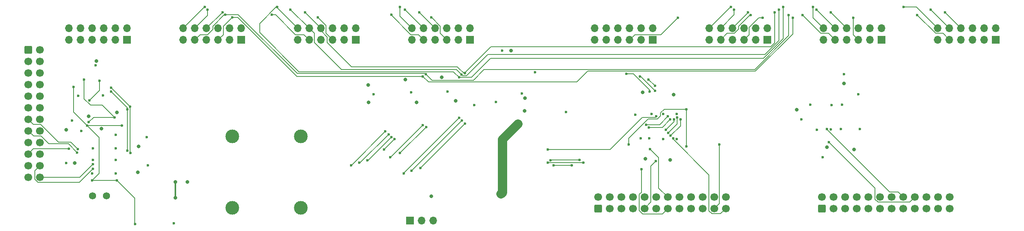
<source format=gbl>
%TF.GenerationSoftware,KiCad,Pcbnew,8.0.6*%
%TF.CreationDate,2025-03-15T00:46:26-07:00*%
%TF.ProjectId,input_pcb2,696e7075-745f-4706-9362-322e6b696361,rev?*%
%TF.SameCoordinates,Original*%
%TF.FileFunction,Copper,L4,Bot*%
%TF.FilePolarity,Positive*%
%FSLAX46Y46*%
G04 Gerber Fmt 4.6, Leading zero omitted, Abs format (unit mm)*
G04 Created by KiCad (PCBNEW 8.0.6) date 2025-03-15 00:46:26*
%MOMM*%
%LPD*%
G01*
G04 APERTURE LIST*
G04 Aperture macros list*
%AMRoundRect*
0 Rectangle with rounded corners*
0 $1 Rounding radius*
0 $2 $3 $4 $5 $6 $7 $8 $9 X,Y pos of 4 corners*
0 Add a 4 corners polygon primitive as box body*
4,1,4,$2,$3,$4,$5,$6,$7,$8,$9,$2,$3,0*
0 Add four circle primitives for the rounded corners*
1,1,$1+$1,$2,$3*
1,1,$1+$1,$4,$5*
1,1,$1+$1,$6,$7*
1,1,$1+$1,$8,$9*
0 Add four rect primitives between the rounded corners*
20,1,$1+$1,$2,$3,$4,$5,0*
20,1,$1+$1,$4,$5,$6,$7,0*
20,1,$1+$1,$6,$7,$8,$9,0*
20,1,$1+$1,$8,$9,$2,$3,0*%
G04 Aperture macros list end*
%TA.AperFunction,ComponentPad*%
%ADD10R,1.700000X1.700000*%
%TD*%
%TA.AperFunction,ComponentPad*%
%ADD11O,1.700000X1.700000*%
%TD*%
%TA.AperFunction,ComponentPad*%
%ADD12RoundRect,0.250000X0.600000X-0.600000X0.600000X0.600000X-0.600000X0.600000X-0.600000X-0.600000X0*%
%TD*%
%TA.AperFunction,ComponentPad*%
%ADD13C,1.700000*%
%TD*%
%TA.AperFunction,ComponentPad*%
%ADD14C,3.000000*%
%TD*%
%TA.AperFunction,ComponentPad*%
%ADD15C,1.574800*%
%TD*%
%TA.AperFunction,ComponentPad*%
%ADD16RoundRect,0.250000X-0.600000X-0.600000X0.600000X-0.600000X0.600000X0.600000X-0.600000X0.600000X0*%
%TD*%
%TA.AperFunction,ViaPad*%
%ADD17C,1.800000*%
%TD*%
%TA.AperFunction,ViaPad*%
%ADD18C,0.800000*%
%TD*%
%TA.AperFunction,ViaPad*%
%ADD19C,0.600000*%
%TD*%
%TA.AperFunction,Conductor*%
%ADD20C,2.000000*%
%TD*%
%TA.AperFunction,Conductor*%
%ADD21C,0.300000*%
%TD*%
%TA.AperFunction,Conductor*%
%ADD22C,0.150000*%
%TD*%
G04 APERTURE END LIST*
D10*
%TO.P,J13,1,Pin_1*%
%TO.N,/3V3*%
X193000000Y-88000000D03*
D11*
%TO.P,J13,2,Pin_2*%
X193000000Y-85460000D03*
%TO.P,J13,3,Pin_3*%
%TO.N,GND*%
X190460000Y-88000000D03*
%TO.P,J13,4,Pin_4*%
X190460000Y-85460000D03*
%TO.P,J13,5,Pin_5*%
%TO.N,/SCLK*%
X187920000Y-88000000D03*
%TO.P,J13,6,Pin_6*%
%TO.N,unconnected-(J13-Pin_6-Pad6)*%
X187920000Y-85460000D03*
%TO.P,J13,7,Pin_7*%
%TO.N,unconnected-(J13-Pin_7-Pad7)*%
X185380000Y-88000000D03*
%TO.P,J13,8,Pin_8*%
%TO.N,/~{CLR}*%
X185380000Y-85460000D03*
%TO.P,J13,9,Pin_9*%
%TO.N,/COPI*%
X182840000Y-88000000D03*
%TO.P,J13,10,Pin_10*%
%TO.N,/~{RESET}*%
X182840000Y-85460000D03*
%TO.P,J13,11,Pin_11*%
%TO.N,/CS_5*%
X180300000Y-88000000D03*
%TO.P,J13,12,Pin_12*%
%TO.N,/~{LDAC}*%
X180300000Y-85460000D03*
%TD*%
D12*
%TO.P,J4,1,Pin_1*%
%TO.N,GND*%
X156000000Y-125000000D03*
D13*
%TO.P,J4,2,Pin_2*%
%TO.N,/supplyPower*%
X156000000Y-122460000D03*
%TO.P,J4,3,Pin_3*%
%TO.N,GND*%
X158540000Y-125000000D03*
%TO.P,J4,4,Pin_4*%
%TO.N,/Din_SCLK*%
X158540000Y-122460000D03*
%TO.P,J4,5,Pin_5*%
%TO.N,GND*%
X161080000Y-125000000D03*
%TO.P,J4,6,Pin_6*%
%TO.N,/Din_COPI*%
X161080000Y-122460000D03*
%TO.P,J4,7,Pin_7*%
%TO.N,GND*%
X163620000Y-125000000D03*
%TO.P,J4,8,Pin_8*%
%TO.N,/supplyPower*%
X163620000Y-122460000D03*
%TO.P,J4,9,Pin_9*%
%TO.N,/Din_pass0*%
X166160000Y-125000000D03*
%TO.P,J4,10,Pin_10*%
%TO.N,/supplyPower*%
X166160000Y-122460000D03*
%TO.P,J4,11,Pin_11*%
%TO.N,GND*%
X168700000Y-125000000D03*
%TO.P,J4,12,Pin_12*%
%TO.N,/supplyPower*%
X168700000Y-122460000D03*
%TO.P,J4,13,Pin_13*%
%TO.N,/Din_pass1*%
X171240000Y-125000000D03*
%TO.P,J4,14,Pin_14*%
%TO.N,/Din_pass2*%
X171240000Y-122460000D03*
%TO.P,J4,15,Pin_15*%
%TO.N,GND*%
X173780000Y-125000000D03*
%TO.P,J4,16,Pin_16*%
%TO.N,/Din_S2*%
X173780000Y-122460000D03*
%TO.P,J4,17,Pin_17*%
%TO.N,GND*%
X176320000Y-125000000D03*
%TO.P,J4,18,Pin_18*%
%TO.N,/Din_S1*%
X176320000Y-122460000D03*
%TO.P,J4,19,Pin_19*%
%TO.N,GND*%
X178860000Y-125000000D03*
%TO.P,J4,20,Pin_20*%
%TO.N,/supplyPower*%
X178860000Y-122460000D03*
%TO.P,J4,21,Pin_21*%
%TO.N,/Din_~{LDAC}*%
X181400000Y-125000000D03*
%TO.P,J4,22,Pin_22*%
%TO.N,/Din_S0*%
X181400000Y-122460000D03*
%TO.P,J4,23,Pin_23*%
%TO.N,/Din_~{CLR}*%
X183940000Y-125000000D03*
%TO.P,J4,24,Pin_24*%
%TO.N,/Din_~{RESET}*%
X183940000Y-122460000D03*
%TD*%
D14*
%TO.P,J6,1,1*%
%TO.N,GND*%
X91000000Y-109150000D03*
%TO.P,J6,2,2*%
X91000000Y-124850000D03*
%TD*%
D10*
%TO.P,J10,1,Pin_1*%
%TO.N,/3V3*%
X103000000Y-88000000D03*
D11*
%TO.P,J10,2,Pin_2*%
X103000000Y-85460000D03*
%TO.P,J10,3,Pin_3*%
%TO.N,GND*%
X100460000Y-88000000D03*
%TO.P,J10,4,Pin_4*%
X100460000Y-85460000D03*
%TO.P,J10,5,Pin_5*%
%TO.N,/SCLK*%
X97920000Y-88000000D03*
%TO.P,J10,6,Pin_6*%
%TO.N,unconnected-(J10-Pin_6-Pad6)*%
X97920000Y-85460000D03*
%TO.P,J10,7,Pin_7*%
%TO.N,unconnected-(J10-Pin_7-Pad7)*%
X95380000Y-88000000D03*
%TO.P,J10,8,Pin_8*%
%TO.N,/~{CLR}*%
X95380000Y-85460000D03*
%TO.P,J10,9,Pin_9*%
%TO.N,/COPI*%
X92840000Y-88000000D03*
%TO.P,J10,10,Pin_10*%
%TO.N,/~{RESET}*%
X92840000Y-85460000D03*
%TO.P,J10,11,Pin_11*%
%TO.N,/CS_2*%
X90300000Y-88000000D03*
%TO.P,J10,12,Pin_12*%
%TO.N,/~{LDAC}*%
X90300000Y-85460000D03*
%TD*%
D10*
%TO.P,J9,1,Pin_1*%
%TO.N,/3V3*%
X78000000Y-88000000D03*
D11*
%TO.P,J9,2,Pin_2*%
X78000000Y-85460000D03*
%TO.P,J9,3,Pin_3*%
%TO.N,GND*%
X75460000Y-88000000D03*
%TO.P,J9,4,Pin_4*%
X75460000Y-85460000D03*
%TO.P,J9,5,Pin_5*%
%TO.N,/SCLK*%
X72920000Y-88000000D03*
%TO.P,J9,6,Pin_6*%
%TO.N,unconnected-(J9-Pin_6-Pad6)*%
X72920000Y-85460000D03*
%TO.P,J9,7,Pin_7*%
%TO.N,unconnected-(J9-Pin_7-Pad7)*%
X70380000Y-88000000D03*
%TO.P,J9,8,Pin_8*%
%TO.N,/~{CLR}*%
X70380000Y-85460000D03*
%TO.P,J9,9,Pin_9*%
%TO.N,/COPI*%
X67840000Y-88000000D03*
%TO.P,J9,10,Pin_10*%
%TO.N,/~{RESET}*%
X67840000Y-85460000D03*
%TO.P,J9,11,Pin_11*%
%TO.N,/CS_1*%
X65300000Y-88000000D03*
%TO.P,J9,12,Pin_12*%
%TO.N,/~{LDAC}*%
X65300000Y-85460000D03*
%TD*%
D15*
%TO.P,J3,1,1*%
%TO.N,/supplyPower*%
X48466600Y-122241901D03*
%TO.P,J3,2,2*%
%TO.N,GND*%
X45466601Y-122241901D03*
%TD*%
D10*
%TO.P,J11,1,Pin_1*%
%TO.N,/3V3*%
X128000000Y-88000000D03*
D11*
%TO.P,J11,2,Pin_2*%
X128000000Y-85460000D03*
%TO.P,J11,3,Pin_3*%
%TO.N,GND*%
X125460000Y-88000000D03*
%TO.P,J11,4,Pin_4*%
X125460000Y-85460000D03*
%TO.P,J11,5,Pin_5*%
%TO.N,/SCLK*%
X122920000Y-88000000D03*
%TO.P,J11,6,Pin_6*%
%TO.N,unconnected-(J11-Pin_6-Pad6)*%
X122920000Y-85460000D03*
%TO.P,J11,7,Pin_7*%
%TO.N,unconnected-(J11-Pin_7-Pad7)*%
X120380000Y-88000000D03*
%TO.P,J11,8,Pin_8*%
%TO.N,/~{CLR}*%
X120380000Y-85460000D03*
%TO.P,J11,9,Pin_9*%
%TO.N,/COPI*%
X117840000Y-88000000D03*
%TO.P,J11,10,Pin_10*%
%TO.N,/~{RESET}*%
X117840000Y-85460000D03*
%TO.P,J11,11,Pin_11*%
%TO.N,/CS_3*%
X115300000Y-88000000D03*
%TO.P,J11,12,Pin_12*%
%TO.N,/~{LDAC}*%
X115300000Y-85460000D03*
%TD*%
D10*
%TO.P,J1,1,Pin_1*%
%TO.N,/~{leader}*%
X114920000Y-127600000D03*
D11*
%TO.P,J1,2,Pin_2*%
%TO.N,GND*%
X117460000Y-127600000D03*
%TO.P,J1,3,Pin_3*%
%TO.N,/~{follower}*%
X120000000Y-127600000D03*
%TD*%
D10*
%TO.P,J14,1,Pin_1*%
%TO.N,/3V3*%
X218000000Y-88000000D03*
D11*
%TO.P,J14,2,Pin_2*%
X218000000Y-85460000D03*
%TO.P,J14,3,Pin_3*%
%TO.N,GND*%
X215460000Y-88000000D03*
%TO.P,J14,4,Pin_4*%
X215460000Y-85460000D03*
%TO.P,J14,5,Pin_5*%
%TO.N,/SCLK*%
X212920000Y-88000000D03*
%TO.P,J14,6,Pin_6*%
%TO.N,unconnected-(J14-Pin_6-Pad6)*%
X212920000Y-85460000D03*
%TO.P,J14,7,Pin_7*%
%TO.N,unconnected-(J14-Pin_7-Pad7)*%
X210380000Y-88000000D03*
%TO.P,J14,8,Pin_8*%
%TO.N,/~{CLR}*%
X210380000Y-85460000D03*
%TO.P,J14,9,Pin_9*%
%TO.N,/COPI*%
X207840000Y-88000000D03*
%TO.P,J14,10,Pin_10*%
%TO.N,/~{RESET}*%
X207840000Y-85460000D03*
%TO.P,J14,11,Pin_11*%
%TO.N,/CS_6*%
X205300000Y-88000000D03*
%TO.P,J14,12,Pin_12*%
%TO.N,/~{LDAC}*%
X205300000Y-85460000D03*
%TD*%
D10*
%TO.P,J8,1,Pin_1*%
%TO.N,/3V3*%
X53000000Y-88000000D03*
D11*
%TO.P,J8,2,Pin_2*%
X53000000Y-85460000D03*
%TO.P,J8,3,Pin_3*%
%TO.N,GND*%
X50460000Y-88000000D03*
%TO.P,J8,4,Pin_4*%
X50460000Y-85460000D03*
%TO.P,J8,5,Pin_5*%
%TO.N,/SCLK*%
X47920000Y-88000000D03*
%TO.P,J8,6,Pin_6*%
%TO.N,unconnected-(J8-Pin_6-Pad6)*%
X47920000Y-85460000D03*
%TO.P,J8,7,Pin_7*%
%TO.N,unconnected-(J8-Pin_7-Pad7)*%
X45380000Y-88000000D03*
%TO.P,J8,8,Pin_8*%
%TO.N,/~{CLR}*%
X45380000Y-85460000D03*
%TO.P,J8,9,Pin_9*%
%TO.N,/COPI*%
X42840000Y-88000000D03*
%TO.P,J8,10,Pin_10*%
%TO.N,/~{RESET}*%
X42840000Y-85460000D03*
%TO.P,J8,11,Pin_11*%
%TO.N,/CS_0*%
X40300000Y-88000000D03*
%TO.P,J8,12,Pin_12*%
%TO.N,/~{LDAC}*%
X40300000Y-85460000D03*
%TD*%
D10*
%TO.P,J12,1,Pin_1*%
%TO.N,/3V3*%
X168000000Y-88000000D03*
D11*
%TO.P,J12,2,Pin_2*%
X168000000Y-85460000D03*
%TO.P,J12,3,Pin_3*%
%TO.N,GND*%
X165460000Y-88000000D03*
%TO.P,J12,4,Pin_4*%
X165460000Y-85460000D03*
%TO.P,J12,5,Pin_5*%
%TO.N,/SCLK*%
X162920000Y-88000000D03*
%TO.P,J12,6,Pin_6*%
%TO.N,unconnected-(J12-Pin_6-Pad6)*%
X162920000Y-85460000D03*
%TO.P,J12,7,Pin_7*%
%TO.N,unconnected-(J12-Pin_7-Pad7)*%
X160380000Y-88000000D03*
%TO.P,J12,8,Pin_8*%
%TO.N,/~{CLR}*%
X160380000Y-85460000D03*
%TO.P,J12,9,Pin_9*%
%TO.N,/COPI*%
X157840000Y-88000000D03*
%TO.P,J12,10,Pin_10*%
%TO.N,/~{RESET}*%
X157840000Y-85460000D03*
%TO.P,J12,11,Pin_11*%
%TO.N,/CS_4*%
X155300000Y-88000000D03*
%TO.P,J12,12,Pin_12*%
%TO.N,/~{LDAC}*%
X155300000Y-85460000D03*
%TD*%
D14*
%TO.P,J5,1,1*%
%TO.N,unconnected-(J5-Pad1)*%
X76000000Y-109150000D03*
%TO.P,J5,2,2*%
%TO.N,/supplyPower*%
X76000000Y-124850000D03*
%TD*%
D10*
%TO.P,J15,1,Pin_1*%
%TO.N,/3V3*%
X243000000Y-88000000D03*
D11*
%TO.P,J15,2,Pin_2*%
X243000000Y-85460000D03*
%TO.P,J15,3,Pin_3*%
%TO.N,GND*%
X240460000Y-88000000D03*
%TO.P,J15,4,Pin_4*%
X240460000Y-85460000D03*
%TO.P,J15,5,Pin_5*%
%TO.N,/SCLK*%
X237920000Y-88000000D03*
%TO.P,J15,6,Pin_6*%
%TO.N,unconnected-(J15-Pin_6-Pad6)*%
X237920000Y-85460000D03*
%TO.P,J15,7,Pin_7*%
%TO.N,unconnected-(J15-Pin_7-Pad7)*%
X235380000Y-88000000D03*
%TO.P,J15,8,Pin_8*%
%TO.N,/~{CLR}*%
X235380000Y-85460000D03*
%TO.P,J15,9,Pin_9*%
%TO.N,/COPI*%
X232840000Y-88000000D03*
%TO.P,J15,10,Pin_10*%
%TO.N,/~{RESET}*%
X232840000Y-85460000D03*
%TO.P,J15,11,Pin_11*%
%TO.N,/CS_7*%
X230300000Y-88000000D03*
%TO.P,J15,12,Pin_12*%
%TO.N,/~{LDAC}*%
X230300000Y-85460000D03*
%TD*%
D16*
%TO.P,J2,1,Pin_1*%
%TO.N,unconnected-(J2-Pin_1-Pad1)*%
X31400000Y-90160000D03*
D13*
%TO.P,J2,2,Pin_2*%
%TO.N,GND*%
X33940000Y-90160000D03*
%TO.P,J2,3,Pin_3*%
%TO.N,unconnected-(J2-Pin_3-Pad3)*%
X31400000Y-92700000D03*
%TO.P,J2,4,Pin_4*%
%TO.N,/Fin_~{LDAC}*%
X33940000Y-92700000D03*
%TO.P,J2,5,Pin_5*%
%TO.N,GND*%
X31400000Y-95240000D03*
%TO.P,J2,6,Pin_6*%
%TO.N,/Fin_~{RESET}*%
X33940000Y-95240000D03*
%TO.P,J2,7,Pin_7*%
%TO.N,unconnected-(J2-Pin_7-Pad7)*%
X31400000Y-97780000D03*
%TO.P,J2,8,Pin_8*%
%TO.N,GND*%
X33940000Y-97780000D03*
%TO.P,J2,9,Pin_9*%
%TO.N,unconnected-(J2-Pin_9-Pad9)*%
X31400000Y-100320000D03*
%TO.P,J2,10,Pin_10*%
%TO.N,/Fin_~{CLR}*%
X33940000Y-100320000D03*
%TO.P,J2,11,Pin_11*%
%TO.N,GND*%
X31400000Y-102860000D03*
%TO.P,J2,12,Pin_12*%
%TO.N,/Fin_COPI*%
X33940000Y-102860000D03*
%TO.P,J2,13,Pin_13*%
%TO.N,/Fin_S4*%
X31400000Y-105400000D03*
%TO.P,J2,14,Pin_14*%
%TO.N,GND*%
X33940000Y-105400000D03*
%TO.P,J2,15,Pin_15*%
%TO.N,/Fin_S3*%
X31400000Y-107940000D03*
%TO.P,J2,16,Pin_16*%
%TO.N,unconnected-(J2-Pin_16-Pad16)*%
X33940000Y-107940000D03*
%TO.P,J2,17,Pin_17*%
%TO.N,GND*%
X31400000Y-110480000D03*
%TO.P,J2,18,Pin_18*%
%TO.N,/Fin_SCLK*%
X33940000Y-110480000D03*
%TO.P,J2,19,Pin_19*%
%TO.N,/Fin_CS*%
X31400000Y-113020000D03*
%TO.P,J2,20,Pin_20*%
%TO.N,GND*%
X33940000Y-113020000D03*
%TO.P,J2,21,Pin_21*%
%TO.N,/Fin_S2*%
X31400000Y-115560000D03*
%TO.P,J2,22,Pin_22*%
%TO.N,/Fin_S0*%
X33940000Y-115560000D03*
%TO.P,J2,23,Pin_23*%
%TO.N,GND*%
X31400000Y-118100000D03*
%TO.P,J2,24,Pin_24*%
%TO.N,/Fin_S1*%
X33940000Y-118100000D03*
%TD*%
D12*
%TO.P,J7,1,Pin_1*%
%TO.N,GND*%
X205000000Y-125000000D03*
D13*
%TO.P,J7,2,Pin_2*%
%TO.N,/supplyPower*%
X205000000Y-122460000D03*
%TO.P,J7,3,Pin_3*%
%TO.N,GND*%
X207540000Y-125000000D03*
%TO.P,J7,4,Pin_4*%
%TO.N,/Dout_SCLK*%
X207540000Y-122460000D03*
%TO.P,J7,5,Pin_5*%
%TO.N,GND*%
X210080000Y-125000000D03*
%TO.P,J7,6,Pin_6*%
%TO.N,/Dout_COPI*%
X210080000Y-122460000D03*
%TO.P,J7,7,Pin_7*%
%TO.N,GND*%
X212620000Y-125000000D03*
%TO.P,J7,8,Pin_8*%
%TO.N,/supplyPower*%
X212620000Y-122460000D03*
%TO.P,J7,9,Pin_9*%
%TO.N,/Dout_pass0*%
X215160000Y-125000000D03*
%TO.P,J7,10,Pin_10*%
%TO.N,/supplyPower*%
X215160000Y-122460000D03*
%TO.P,J7,11,Pin_11*%
%TO.N,GND*%
X217700000Y-125000000D03*
%TO.P,J7,12,Pin_12*%
%TO.N,/supplyPower*%
X217700000Y-122460000D03*
%TO.P,J7,13,Pin_13*%
%TO.N,/Dout_pass1*%
X220240000Y-125000000D03*
%TO.P,J7,14,Pin_14*%
%TO.N,/Dout_pass2*%
X220240000Y-122460000D03*
%TO.P,J7,15,Pin_15*%
%TO.N,GND*%
X222780000Y-125000000D03*
%TO.P,J7,16,Pin_16*%
%TO.N,/Dout_S2*%
X222780000Y-122460000D03*
%TO.P,J7,17,Pin_17*%
%TO.N,GND*%
X225320000Y-125000000D03*
%TO.P,J7,18,Pin_18*%
%TO.N,/Dout_S1*%
X225320000Y-122460000D03*
%TO.P,J7,19,Pin_19*%
%TO.N,GND*%
X227860000Y-125000000D03*
%TO.P,J7,20,Pin_20*%
%TO.N,/supplyPower*%
X227860000Y-122460000D03*
%TO.P,J7,21,Pin_21*%
%TO.N,/Dout_~{LDAC}*%
X230400000Y-125000000D03*
%TO.P,J7,22,Pin_22*%
%TO.N,/Dout_S0*%
X230400000Y-122460000D03*
%TO.P,J7,23,Pin_23*%
%TO.N,/Dout_~{CLR}*%
X232940000Y-125000000D03*
%TO.P,J7,24,Pin_24*%
%TO.N,/Dout_~{RESET}*%
X232940000Y-122460000D03*
%TD*%
D17*
%TO.N,/supplyPower*%
X134800000Y-121800000D03*
D18*
%TO.N,/1V8*%
X50800000Y-103900000D03*
X199484577Y-103321994D03*
X41582822Y-115032822D03*
X171800000Y-114300000D03*
X47400000Y-107475000D03*
X44600000Y-104800000D03*
X165800000Y-99500000D03*
X63600000Y-119150000D03*
X124900000Y-101350000D03*
X55500000Y-111400000D03*
X46266861Y-92614617D03*
X212000000Y-112000000D03*
X119500000Y-122300000D03*
X66200000Y-119150000D03*
X39700000Y-107700000D03*
X116300000Y-101700000D03*
X209800000Y-97600000D03*
X206037370Y-111562630D03*
X55400000Y-117000000D03*
X105800000Y-101700000D03*
X172500000Y-100000000D03*
X166371412Y-114114552D03*
X63600000Y-122600000D03*
D19*
%TO.N,GND*%
X206949865Y-107651983D03*
X106899916Y-99900000D03*
X45400000Y-117300000D03*
X43000000Y-108000000D03*
X57300000Y-109300000D03*
X50500000Y-114300000D03*
X57600000Y-115525001D03*
X149000000Y-103800000D03*
X47700000Y-100200000D03*
X209800000Y-95547882D03*
X50500000Y-117300000D03*
X142200000Y-95100000D03*
X45500000Y-114300000D03*
X139360000Y-99787500D03*
X115099916Y-99500000D03*
X42342000Y-100250002D03*
X46142000Y-93567649D03*
X50500000Y-108800000D03*
X128899916Y-102300000D03*
X170250001Y-109752124D03*
X207110044Y-102330115D03*
X173250000Y-109752125D03*
X167749999Y-104247876D03*
X173250001Y-104247874D03*
X133710000Y-101587500D03*
X209400000Y-102200000D03*
X167200000Y-109598800D03*
X164177477Y-104401200D03*
X63200000Y-128215600D03*
X202400000Y-102200000D03*
X213282142Y-107550783D03*
X39700000Y-115000000D03*
X205100000Y-113700000D03*
X170250000Y-104247877D03*
X135004074Y-90404074D03*
X203899729Y-107703967D03*
X50500000Y-111800000D03*
X45500000Y-111800000D03*
X200500000Y-105400000D03*
X212949865Y-99949081D03*
X123099916Y-99300000D03*
X41000000Y-105700000D03*
X165300000Y-109598800D03*
X209108028Y-107555492D03*
D17*
%TO.N,/supplyPower*%
X138460000Y-106487500D03*
D18*
%TO.N,/3V3*%
X121800000Y-96200000D03*
X105700000Y-97900000D03*
X140060000Y-100787500D03*
X113900000Y-96675000D03*
X139960000Y-103587500D03*
X137000000Y-90400000D03*
D19*
%TO.N,/~{leader}*%
X50800000Y-118800000D03*
X51900000Y-106800000D03*
X45400000Y-118800000D03*
X41300000Y-98300000D03*
X44300000Y-106800000D03*
X54800000Y-128400000D03*
%TO.N,/~{follower}*%
X175300000Y-103200000D03*
X175324575Y-111375425D03*
X162700000Y-110900000D03*
%TO.N,/Fin_S0*%
X45525000Y-116300000D03*
%TO.N,/Fin_S3*%
X42100000Y-112725000D03*
%TO.N,/Fin_CS*%
X40300000Y-111900000D03*
%TO.N,/Fin_S1*%
X45500000Y-115300000D03*
%TO.N,/Fin_S4*%
X42268418Y-111942926D03*
%TO.N,/Din_pass0*%
X168675000Y-114600000D03*
%TO.N,/Din_pass2*%
X167400000Y-111975000D03*
%TO.N,/Din_~{CLR}*%
X172425735Y-109600101D03*
%TO.N,/Din_pass1*%
X165500000Y-116400000D03*
%TO.N,/Din_~{LDAC}*%
X182500000Y-110900000D03*
%TO.N,/Dout_S1*%
X206500000Y-110400000D03*
%TO.N,/Dout_S2*%
X206087062Y-107550783D03*
%TO.N,/~{LDAC}*%
X203000000Y-80800000D03*
X85800000Y-80800000D03*
X70000000Y-80800000D03*
X196500000Y-80800000D03*
X185100000Y-80800000D03*
X112700000Y-80800000D03*
X222800000Y-80800000D03*
X125599916Y-96200000D03*
%TO.N,/SCLK*%
X192000000Y-83135000D03*
X94700000Y-83100000D03*
X117699916Y-96000000D03*
X76000000Y-83100000D03*
X119500000Y-83100000D03*
X211800000Y-83135000D03*
X198600000Y-83135000D03*
X173500000Y-83135000D03*
%TO.N,/COPI*%
X84688172Y-82525001D03*
X110800000Y-82525000D03*
X197700000Y-82560000D03*
X225800000Y-82560000D03*
X74456215Y-82525000D03*
X200700000Y-82560000D03*
X118365558Y-95556239D03*
X189400000Y-82560000D03*
%TO.N,/~{CLR}*%
X231920000Y-82000000D03*
X194600000Y-81985000D03*
X116900000Y-81950000D03*
X188800000Y-81985000D03*
X206900000Y-81985000D03*
X91900000Y-81950000D03*
X126873326Y-95261309D03*
X73900000Y-81950000D03*
%TO.N,/~{RESET}*%
X113800000Y-81375000D03*
X88700000Y-81375000D03*
X203800000Y-81375000D03*
X228790000Y-81410000D03*
X195600000Y-81375000D03*
X185765642Y-81375000D03*
X126165603Y-95634313D03*
X70600000Y-81375000D03*
%TO.N,/leadP0_1V8*%
X44812500Y-101300000D03*
X47010999Y-97000000D03*
%TO.N,/~{LDAC}_1V8*%
X174026646Y-105425000D03*
X125600000Y-105100000D03*
X113500000Y-117250001D03*
X171894080Y-109002319D03*
%TO.N,/S3_1V8*%
X49503014Y-98496121D03*
X53675000Y-102661827D03*
X53724697Y-112799758D03*
%TO.N,/int_CS_1V8*%
X168750000Y-104800000D03*
X109200000Y-112075000D03*
X111500000Y-109775000D03*
X145000000Y-112075000D03*
%TO.N,/S2_1V8*%
X145600000Y-114375000D03*
X105600000Y-114375001D03*
X152000000Y-114300000D03*
X110800000Y-109300000D03*
%TO.N,/pass0_1V8*%
X165138172Y-96025000D03*
X168500000Y-99200000D03*
%TO.N,/~{RESET}_1V8*%
X126200000Y-105700000D03*
X115200000Y-116675001D03*
X171340269Y-108425000D03*
X173322902Y-105044545D03*
%TO.N,/S4_1V8*%
X49500000Y-99300000D03*
X53090918Y-103208501D03*
X53100000Y-112300000D03*
%TO.N,/COPI_1V8*%
X167056587Y-96675000D03*
X118400000Y-107100000D03*
X168513172Y-98100000D03*
X112700000Y-112800000D03*
%TO.N,/SCLK_1V8*%
X110600000Y-113750000D03*
X117700000Y-106700000D03*
%TO.N,/S0_1V8*%
X150300000Y-115525001D03*
X146300000Y-115525001D03*
X102000000Y-115525001D03*
X109500000Y-108100000D03*
X171805985Y-105425000D03*
X167100000Y-107175000D03*
%TO.N,/~{CLR}_1V8*%
X117200000Y-116100001D03*
X172619157Y-105425000D03*
X170841867Y-107750337D03*
X126900000Y-106400000D03*
%TO.N,/pass1_1V8*%
X167275000Y-99300000D03*
X162200000Y-95450000D03*
%TO.N,/S1_1V8*%
X145000000Y-114950001D03*
X152800000Y-114900000D03*
X171306854Y-104799806D03*
X166500000Y-106600000D03*
X103800000Y-114950001D03*
X110200000Y-108700000D03*
%TO.N,/CS_1V8*%
X43614746Y-96696145D03*
X50300000Y-105000000D03*
X44615136Y-106064682D03*
%TD*%
D20*
%TO.N,/supplyPower*%
X134800000Y-121800000D02*
X135100000Y-121500000D01*
X135100000Y-121500000D02*
X135100000Y-109847500D01*
X135100000Y-109847500D02*
X138460000Y-106487500D01*
D21*
%TO.N,/1V8*%
X63600000Y-122600000D02*
X63600000Y-119150000D01*
D22*
%TO.N,/~{leader}*%
X54700000Y-128300000D02*
X54700000Y-122700000D01*
X41300000Y-103800000D02*
X41300000Y-98300000D01*
X54700000Y-122700000D02*
X50800000Y-118800000D01*
X44300000Y-106800000D02*
X51900000Y-106800000D01*
X50800000Y-118800000D02*
X45400000Y-118800000D01*
X46900000Y-109400000D02*
X44300000Y-106800000D01*
X46900000Y-117300000D02*
X46900000Y-109400000D01*
X45400000Y-118800000D02*
X46900000Y-117300000D01*
X54800000Y-128400000D02*
X54700000Y-128300000D01*
X44300000Y-106800000D02*
X41300000Y-103800000D01*
%TO.N,/~{follower}*%
X175324575Y-103224575D02*
X175300000Y-103200000D01*
X175324575Y-111375425D02*
X175324575Y-103224575D01*
X170484704Y-103200000D02*
X175300000Y-103200000D01*
X162700000Y-110900000D02*
X162700000Y-109586827D01*
X166911827Y-105375000D02*
X168988173Y-105375000D01*
X168988173Y-105375000D02*
X169675000Y-104688173D01*
X169675000Y-104688173D02*
X169675000Y-104009704D01*
X162700000Y-109586827D02*
X166911827Y-105375000D01*
X169675000Y-104009704D02*
X170484704Y-103200000D01*
%TO.N,/Fin_S0*%
X32815000Y-116685000D02*
X32815000Y-118565991D01*
X42600000Y-119225000D02*
X45525000Y-116300000D01*
X32815000Y-118565991D02*
X33474009Y-119225000D01*
X33940000Y-115560000D02*
X32815000Y-116685000D01*
X33474009Y-119225000D02*
X42600000Y-119225000D01*
%TO.N,/Fin_S3*%
X32560000Y-109100000D02*
X31400000Y-107940000D01*
X40175000Y-110800000D02*
X35850991Y-110800000D01*
X34150991Y-109100000D02*
X32560000Y-109100000D01*
X42100000Y-112725000D02*
X40175000Y-110800000D01*
X35850991Y-110800000D02*
X34150991Y-109100000D01*
%TO.N,/Fin_CS*%
X40300000Y-111900000D02*
X39900000Y-111900000D01*
X39900000Y-111900000D02*
X39895000Y-111895000D01*
X39895000Y-111895000D02*
X32525000Y-111895000D01*
X32525000Y-111895000D02*
X31400000Y-113020000D01*
%TO.N,/Fin_S1*%
X42700000Y-118100000D02*
X33940000Y-118100000D01*
X45500000Y-115300000D02*
X42700000Y-118100000D01*
%TO.N,/Fin_S4*%
X37990991Y-110400000D02*
X40725492Y-110400000D01*
X42268418Y-111942926D02*
X40725492Y-110400000D01*
X34115991Y-106525000D02*
X32525000Y-106525000D01*
X32525000Y-106525000D02*
X31400000Y-105400000D01*
X37990991Y-110400000D02*
X34115991Y-106525000D01*
%TO.N,/Din_pass0*%
X168675000Y-114600000D02*
X167575000Y-115700000D01*
X167575000Y-115700000D02*
X167575000Y-123585000D01*
X167575000Y-123585000D02*
X166160000Y-125000000D01*
%TO.N,/Din_pass2*%
X169250000Y-120470000D02*
X171240000Y-122460000D01*
X169250000Y-113825000D02*
X169250000Y-120470000D01*
X167400000Y-111975000D02*
X169250000Y-113825000D01*
%TO.N,/Din_~{CLR}*%
X180275000Y-117590298D02*
X180275000Y-125475000D01*
X180275000Y-125475000D02*
X180925000Y-126125000D01*
X182815000Y-126125000D02*
X183940000Y-125000000D01*
X172425735Y-109600101D02*
X172425735Y-109741033D01*
X180925000Y-126125000D02*
X182815000Y-126125000D01*
X172425735Y-109741033D02*
X180275000Y-117590298D01*
%TO.N,/Din_pass1*%
X165500000Y-116400000D02*
X165500000Y-121400000D01*
X165000000Y-121900000D02*
X165000000Y-125430991D01*
X165769009Y-126200000D02*
X170040000Y-126200000D01*
X165000000Y-125430991D02*
X165769009Y-126200000D01*
X170040000Y-126200000D02*
X171240000Y-125000000D01*
X165500000Y-121400000D02*
X165000000Y-121900000D01*
%TO.N,/Din_~{LDAC}*%
X182500000Y-110900000D02*
X182525000Y-110925000D01*
X182525000Y-110925000D02*
X182525000Y-123875000D01*
X182525000Y-123875000D02*
X181400000Y-125000000D01*
%TO.N,/Dout_S1*%
X217234009Y-123585000D02*
X224195000Y-123585000D01*
X206500000Y-110400000D02*
X216575000Y-120475000D01*
X216575000Y-122925991D02*
X217234009Y-123585000D01*
X224195000Y-123585000D02*
X225320000Y-122460000D01*
X216575000Y-120475000D02*
X216575000Y-122925991D01*
%TO.N,/Dout_S2*%
X206087062Y-107602353D02*
X219819709Y-121335000D01*
X221655000Y-121335000D02*
X222780000Y-122460000D01*
X219819709Y-121335000D02*
X221655000Y-121335000D01*
X206087062Y-107550783D02*
X206087062Y-107602353D01*
%TO.N,/~{LDAC}*%
X112700000Y-82860000D02*
X115300000Y-85460000D01*
X90581239Y-94981239D02*
X124381155Y-94981239D01*
X125628863Y-96228863D02*
X128371137Y-96228863D01*
X112700000Y-80800000D02*
X112700000Y-82860000D01*
X192139949Y-92100000D02*
X196500000Y-87739949D01*
X132500000Y-92100000D02*
X192139949Y-92100000D01*
X82000000Y-84400000D02*
X82000000Y-86400000D01*
X82000000Y-86400000D02*
X90581239Y-94981239D01*
X69960000Y-80800000D02*
X70000000Y-80800000D01*
X85800000Y-80800000D02*
X85600000Y-80800000D01*
X124381155Y-94981239D02*
X125599916Y-96200000D01*
X85600000Y-80800000D02*
X82000000Y-84400000D01*
X85800000Y-80800000D02*
X85800000Y-80960000D01*
X203000000Y-80800000D02*
X203000000Y-83160000D01*
X65300000Y-85460000D02*
X69960000Y-80800000D01*
X225640000Y-80800000D02*
X230300000Y-85460000D01*
X203000000Y-83160000D02*
X205300000Y-85460000D01*
X85800000Y-80960000D02*
X90300000Y-85460000D01*
X184960000Y-80800000D02*
X185100000Y-80800000D01*
X222800000Y-80800000D02*
X225640000Y-80800000D01*
X196500000Y-87739949D02*
X196500000Y-80800000D01*
X125600000Y-96200000D02*
X125628863Y-96228863D01*
X125599916Y-96200000D02*
X125600000Y-96200000D01*
X180300000Y-85460000D02*
X184960000Y-80800000D01*
X128371137Y-96228863D02*
X132500000Y-92100000D01*
%TO.N,/SCLK*%
X77230991Y-83100000D02*
X76000000Y-83100000D01*
X119610991Y-83100000D02*
X121505000Y-84994009D01*
X118924916Y-97225000D02*
X151375000Y-97225000D01*
X211795000Y-83140000D02*
X211800000Y-83135000D01*
X117699916Y-96000000D02*
X90130990Y-96000000D01*
X119500000Y-83100000D02*
X119610991Y-83100000D01*
X90130990Y-96000000D02*
X89165495Y-95034505D01*
X169760000Y-86875000D02*
X173500000Y-83135000D01*
X74045000Y-86875000D02*
X74045000Y-85055000D01*
X96505000Y-84905000D02*
X94700000Y-83100000D01*
X212920000Y-88000000D02*
X211795000Y-86875000D01*
X162920000Y-88000000D02*
X164045000Y-86875000D01*
X164045000Y-86875000D02*
X169760000Y-86875000D01*
X121505000Y-86585000D02*
X122920000Y-88000000D01*
X97920000Y-88000000D02*
X96505000Y-86585000D01*
X189045000Y-86875000D02*
X187920000Y-88000000D01*
X211795000Y-86875000D02*
X211795000Y-83140000D01*
X191194009Y-83135000D02*
X189045000Y-85284009D01*
X121505000Y-84994009D02*
X121505000Y-86585000D01*
X190419974Y-94875000D02*
X198600000Y-86694974D01*
X198600000Y-86694974D02*
X198600000Y-83135000D01*
X192000000Y-83135000D02*
X191194009Y-83135000D01*
X72920000Y-88000000D02*
X74045000Y-86875000D01*
X153725000Y-94875000D02*
X190419974Y-94875000D01*
X89165495Y-95034505D02*
X77230991Y-83100000D01*
X189045000Y-85284009D02*
X189045000Y-86875000D01*
X96505000Y-86585000D02*
X96505000Y-84905000D01*
X151375000Y-97225000D02*
X153725000Y-94875000D01*
X117699916Y-96000000D02*
X118924916Y-97225000D01*
X74045000Y-85055000D02*
X76000000Y-83100000D01*
%TO.N,/COPI*%
X71795000Y-85705000D02*
X71795000Y-84994009D01*
X206425000Y-86585000D02*
X204725000Y-86585000D01*
X68965000Y-86875000D02*
X70625000Y-86875000D01*
X118365558Y-95556239D02*
X119684319Y-96875000D01*
X77325000Y-82525000D02*
X74456215Y-82525000D01*
X190275000Y-94525000D02*
X197700000Y-87100000D01*
X186795000Y-84994009D02*
X189229009Y-82560000D01*
X119684319Y-96875000D02*
X128725000Y-96875000D01*
X70625000Y-86875000D02*
X71795000Y-85705000D01*
X91715000Y-86875000D02*
X92840000Y-88000000D01*
X85500001Y-82525001D02*
X89850000Y-86875000D01*
X115075000Y-86875000D02*
X110800000Y-82600000D01*
X225809009Y-82560000D02*
X229834009Y-86585000D01*
X131075000Y-94525000D02*
X190275000Y-94525000D01*
X207840000Y-88000000D02*
X206425000Y-86585000D01*
X110800000Y-82600000D02*
X110800000Y-82525000D01*
X231425000Y-86585000D02*
X232840000Y-88000000D01*
X184255000Y-86585000D02*
X185845991Y-86585000D01*
X74264009Y-82525000D02*
X74456215Y-82525000D01*
X128725000Y-96875000D02*
X131075000Y-94525000D01*
X197700000Y-87100000D02*
X197700000Y-82560000D01*
X185845991Y-86585000D02*
X186795000Y-85635991D01*
X116715000Y-86875000D02*
X115075000Y-86875000D01*
X90200000Y-95400000D02*
X77325000Y-82525000D01*
X225800000Y-82560000D02*
X225809009Y-82560000D01*
X118209319Y-95400000D02*
X90200000Y-95400000D01*
X67840000Y-88000000D02*
X68965000Y-86875000D01*
X71795000Y-84994009D02*
X74264009Y-82525000D01*
X84688172Y-82525001D02*
X85500001Y-82525001D01*
X229834009Y-86585000D02*
X231425000Y-86585000D01*
X186795000Y-85635991D02*
X186795000Y-84994009D01*
X204725000Y-86585000D02*
X200700000Y-82560000D01*
X117840000Y-88000000D02*
X116715000Y-86875000D01*
X189229009Y-82560000D02*
X189400000Y-82560000D01*
X89850000Y-86875000D02*
X91715000Y-86875000D01*
X118365558Y-95556239D02*
X118209319Y-95400000D01*
X182840000Y-88000000D02*
X184255000Y-86585000D01*
%TO.N,/~{CLR}*%
X120380000Y-85460000D02*
X116900000Y-81980000D01*
X116900000Y-81980000D02*
X116900000Y-81950000D01*
X102100000Y-93900000D02*
X96795000Y-88595000D01*
X206905000Y-81985000D02*
X206900000Y-81985000D01*
X185380000Y-85460000D02*
X188800000Y-82040000D01*
X210380000Y-85460000D02*
X206905000Y-81985000D01*
X126873326Y-95261309D02*
X126873326Y-95528863D01*
X73890000Y-81950000D02*
X73900000Y-81950000D01*
X70380000Y-85460000D02*
X73890000Y-81950000D01*
X91900000Y-81980000D02*
X91900000Y-81950000D01*
X96795000Y-87369975D02*
X95380000Y-85954975D01*
X95380000Y-85460000D02*
X91900000Y-81980000D01*
X188800000Y-82040000D02*
X188800000Y-81985000D01*
X96795000Y-88595000D02*
X96795000Y-87369975D01*
X126873326Y-95261309D02*
X126873326Y-95226674D01*
X126873326Y-95226674D02*
X132600000Y-89500000D01*
X231920000Y-82000000D02*
X235380000Y-85460000D01*
X95380000Y-85954975D02*
X95380000Y-85460000D01*
X132600000Y-89500000D02*
X193750000Y-89500000D01*
X125244463Y-93900000D02*
X102100000Y-93900000D01*
X194600000Y-88650000D02*
X194600000Y-81985000D01*
X193750000Y-89500000D02*
X194600000Y-88650000D01*
X126873326Y-95528863D02*
X125244463Y-93900000D01*
%TO.N,/~{RESET}*%
X93965000Y-86585000D02*
X93965000Y-88565000D01*
X92840000Y-85460000D02*
X93965000Y-86585000D01*
X127221137Y-95878863D02*
X131900000Y-91200000D01*
X92840000Y-85460000D02*
X88755000Y-81375000D01*
X70600000Y-82700000D02*
X67840000Y-85460000D01*
X125031290Y-94500000D02*
X126165603Y-95634313D01*
X195600000Y-88144974D02*
X195600000Y-81375000D01*
X126165603Y-95634313D02*
X126410153Y-95878863D01*
X113800000Y-81420000D02*
X113800000Y-81375000D01*
X131900000Y-91200000D02*
X192544974Y-91200000D01*
X88755000Y-81375000D02*
X88700000Y-81375000D01*
X185765642Y-82534358D02*
X182840000Y-85460000D01*
X93965000Y-88565000D02*
X99900000Y-94500000D01*
X126410153Y-95878863D02*
X127221137Y-95878863D01*
X99900000Y-94500000D02*
X125031290Y-94500000D01*
X207840000Y-85460000D02*
X203800000Y-81420000D01*
X70600000Y-81375000D02*
X70600000Y-82700000D01*
X117840000Y-85460000D02*
X113800000Y-81420000D01*
X228790000Y-81410000D02*
X232840000Y-85460000D01*
X185765642Y-81375000D02*
X185765642Y-82534358D01*
X192544974Y-91200000D02*
X195600000Y-88144974D01*
X203800000Y-81420000D02*
X203800000Y-81375000D01*
%TO.N,/leadP0_1V8*%
X47010999Y-97000000D02*
X47010999Y-99101501D01*
X47010999Y-99101501D02*
X44812500Y-101300000D01*
%TO.N,/~{LDAC}_1V8*%
X174026646Y-106869753D02*
X171894080Y-109002319D01*
X125600000Y-105100000D02*
X113500000Y-117200000D01*
X174026646Y-105425000D02*
X174026646Y-106869753D01*
X113500000Y-117200000D02*
X113500000Y-117250001D01*
%TO.N,/S3_1V8*%
X53675000Y-102661827D02*
X53675000Y-112750061D01*
X49509294Y-98496121D02*
X53675000Y-102661827D01*
X53675000Y-112750061D02*
X53724697Y-112799758D01*
X49503014Y-98496121D02*
X49509294Y-98496121D01*
%TO.N,/int_CS_1V8*%
X145000000Y-112075000D02*
X158625000Y-112075000D01*
X165700000Y-105000000D02*
X168550000Y-105000000D01*
X111500000Y-109775000D02*
X109200000Y-112075000D01*
X168550000Y-105000000D02*
X168750000Y-104800000D01*
X158625000Y-112075000D02*
X165700000Y-105000000D01*
%TO.N,/S2_1V8*%
X110800000Y-109300000D02*
X105724999Y-114375001D01*
X145675000Y-114300000D02*
X145600000Y-114375000D01*
X105724999Y-114375001D02*
X105600000Y-114375001D01*
X152000000Y-114300000D02*
X145675000Y-114300000D01*
%TO.N,/pass0_1V8*%
X165138172Y-96025000D02*
X165325000Y-96025000D01*
X165325000Y-96025000D02*
X168500000Y-99200000D01*
%TO.N,/~{RESET}_1V8*%
X173322902Y-105044545D02*
X173322902Y-106442367D01*
X115224999Y-116675001D02*
X115200000Y-116675001D01*
X126200000Y-105700000D02*
X115224999Y-116675001D01*
X173322902Y-106442367D02*
X171340269Y-108425000D01*
%TO.N,/S4_1V8*%
X53100000Y-112300000D02*
X53100000Y-102900000D01*
X53100000Y-102900000D02*
X49500000Y-99300000D01*
%TO.N,/COPI_1V8*%
X168513172Y-98100000D02*
X168481587Y-98100000D01*
X118400000Y-107100000D02*
X112700000Y-112800000D01*
X168481587Y-98100000D02*
X167056587Y-96675000D01*
%TO.N,/SCLK_1V8*%
X117700000Y-106700000D02*
X110650000Y-113750000D01*
X110650000Y-113750000D02*
X110600000Y-113750000D01*
%TO.N,/S0_1V8*%
X170055985Y-107175000D02*
X171805985Y-105425000D01*
X150300000Y-115525001D02*
X146300000Y-115525001D01*
X109500000Y-108100000D02*
X102074999Y-115525001D01*
X102074999Y-115525001D02*
X102000000Y-115525001D01*
X167100000Y-107175000D02*
X170055985Y-107175000D01*
%TO.N,/~{CLR}_1V8*%
X172619157Y-105425000D02*
X172619157Y-105973047D01*
X126900000Y-106400000D02*
X117200000Y-116100000D01*
X117200000Y-116100000D02*
X117200000Y-116100001D01*
X172619157Y-105973047D02*
X170841867Y-107750337D01*
%TO.N,/pass1_1V8*%
X167275000Y-98975000D02*
X167275000Y-99300000D01*
X163750000Y-95450000D02*
X167275000Y-98975000D01*
X162200000Y-95450000D02*
X163750000Y-95450000D01*
%TO.N,/S1_1V8*%
X152800000Y-114900000D02*
X152749999Y-114950001D01*
X103949999Y-114950001D02*
X103800000Y-114950001D01*
X152749999Y-114950001D02*
X145000000Y-114950001D01*
X166500000Y-106600000D02*
X169506660Y-106600000D01*
X110200000Y-108700000D02*
X103949999Y-114950001D01*
X169506660Y-106600000D02*
X171306854Y-104799806D01*
%TO.N,/CS_1V8*%
X44999327Y-102300000D02*
X43614746Y-100915419D01*
X50399998Y-105100002D02*
X47599997Y-102300000D01*
X43614746Y-100915419D02*
X43614746Y-96696145D01*
X45679818Y-105000000D02*
X50300000Y-105000000D01*
X44615136Y-106064682D02*
X45679818Y-105000000D01*
X47599997Y-102300000D02*
X44999327Y-102300000D01*
%TD*%
M02*

</source>
